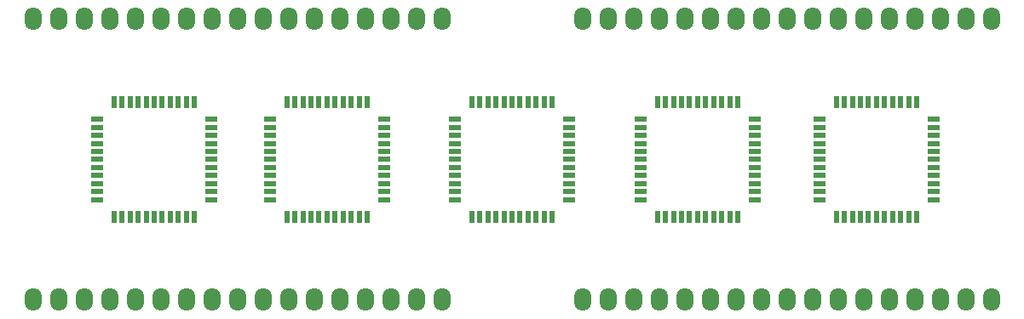
<source format=gbr>
%TF.GenerationSoftware,KiCad,Pcbnew,7.0.7*%
%TF.CreationDate,2025-01-28T12:58:34-05:00*%
%TF.ProjectId,cross-point-exp-brd-mini-smd,63726f73-732d-4706-9f69-6e742d657870,rev?*%
%TF.SameCoordinates,Original*%
%TF.FileFunction,Paste,Top*%
%TF.FilePolarity,Positive*%
%FSLAX46Y46*%
G04 Gerber Fmt 4.6, Leading zero omitted, Abs format (unit mm)*
G04 Created by KiCad (PCBNEW 7.0.7) date 2025-01-28 12:58:34*
%MOMM*%
%LPD*%
G01*
G04 APERTURE LIST*
%ADD10R,0.500000X1.200000*%
%ADD11R,1.200000X0.500000*%
%ADD12O,1.700000X2.300000*%
G04 APERTURE END LIST*
D10*
%TO.C,U3*%
X150320000Y-82535000D03*
X151120000Y-82535000D03*
X151920000Y-82535000D03*
X152720000Y-82535000D03*
X153520000Y-82535000D03*
X154320000Y-82535000D03*
X155120000Y-82535000D03*
X155920000Y-82535000D03*
X156720000Y-82535000D03*
X157520000Y-82535000D03*
X158320000Y-82535000D03*
D11*
X160020000Y-80835000D03*
X160020000Y-80035000D03*
X160020000Y-79235000D03*
X160020000Y-78435000D03*
X160020000Y-77635000D03*
X160020000Y-76835000D03*
X160020000Y-76035000D03*
X160020000Y-75235000D03*
X160020000Y-74435000D03*
X160020000Y-73635000D03*
X160020000Y-72835000D03*
D10*
X158320000Y-71135000D03*
X157520000Y-71135000D03*
X156720000Y-71135000D03*
X155920000Y-71135000D03*
X155120000Y-71135000D03*
X154320000Y-71135000D03*
X153520000Y-71135000D03*
X152720000Y-71135000D03*
X151920000Y-71135000D03*
X151120000Y-71135000D03*
X150320000Y-71135000D03*
D11*
X148620000Y-72835000D03*
X148620000Y-73635000D03*
X148620000Y-74435000D03*
X148620000Y-75235000D03*
X148620000Y-76035000D03*
X148620000Y-76835000D03*
X148620000Y-77635000D03*
X148620000Y-78435000D03*
X148620000Y-79235000D03*
X148620000Y-80035000D03*
X148620000Y-80835000D03*
%TD*%
D12*
%TO.C,J4*%
X142875000Y-90805000D03*
X145415000Y-90805000D03*
X147955000Y-90805000D03*
X150495000Y-90805000D03*
X153035000Y-90805000D03*
X155575000Y-90805000D03*
X158115000Y-90805000D03*
X160655000Y-90805000D03*
X163195000Y-90805000D03*
X165735000Y-90805000D03*
X168275000Y-90805000D03*
X170815000Y-90805000D03*
X173355000Y-90805000D03*
X175895000Y-90805000D03*
X178435000Y-90805000D03*
X180975000Y-90805000D03*
X183515000Y-90805000D03*
X142875000Y-62865000D03*
X145415000Y-62865000D03*
X147955000Y-62865000D03*
X150495000Y-62865000D03*
X153035000Y-62865000D03*
X155575000Y-62865000D03*
X158115000Y-62865000D03*
X160655000Y-62865000D03*
X163195000Y-62865000D03*
X165735000Y-62865000D03*
X168275000Y-62865000D03*
X170815000Y-62865000D03*
X173355000Y-62865000D03*
X175895000Y-62865000D03*
X178435000Y-62865000D03*
X180975000Y-62865000D03*
X183515000Y-62865000D03*
%TD*%
%TO.C,J3*%
X88265000Y-90805000D03*
X90805000Y-90805000D03*
X93345000Y-90805000D03*
X95885000Y-90805000D03*
X98425000Y-90805000D03*
X100965000Y-90805000D03*
X103505000Y-90805000D03*
X106045000Y-90805000D03*
X108585000Y-90805000D03*
X111125000Y-90805000D03*
X113665000Y-90805000D03*
X116205000Y-90805000D03*
X118745000Y-90805000D03*
X121285000Y-90805000D03*
X123825000Y-90805000D03*
X126365000Y-90805000D03*
X128905000Y-90805000D03*
X88265000Y-62865000D03*
X90805000Y-62865000D03*
X93345000Y-62865000D03*
X95885000Y-62865000D03*
X98425000Y-62865000D03*
X100965000Y-62865000D03*
X103505000Y-62865000D03*
X106045000Y-62865000D03*
X108585000Y-62865000D03*
X111125000Y-62865000D03*
X113665000Y-62865000D03*
X116205000Y-62865000D03*
X118745000Y-62865000D03*
X121285000Y-62865000D03*
X123825000Y-62865000D03*
X126365000Y-62865000D03*
X128905000Y-62865000D03*
%TD*%
D10*
%TO.C,U1*%
X96315000Y-82535000D03*
X97115000Y-82535000D03*
X97915000Y-82535000D03*
X98715000Y-82535000D03*
X99515000Y-82535000D03*
X100315000Y-82535000D03*
X101115000Y-82535000D03*
X101915000Y-82535000D03*
X102715000Y-82535000D03*
X103515000Y-82535000D03*
X104315000Y-82535000D03*
D11*
X106015000Y-80835000D03*
X106015000Y-80035000D03*
X106015000Y-79235000D03*
X106015000Y-78435000D03*
X106015000Y-77635000D03*
X106015000Y-76835000D03*
X106015000Y-76035000D03*
X106015000Y-75235000D03*
X106015000Y-74435000D03*
X106015000Y-73635000D03*
X106015000Y-72835000D03*
D10*
X104315000Y-71135000D03*
X103515000Y-71135000D03*
X102715000Y-71135000D03*
X101915000Y-71135000D03*
X101115000Y-71135000D03*
X100315000Y-71135000D03*
X99515000Y-71135000D03*
X98715000Y-71135000D03*
X97915000Y-71135000D03*
X97115000Y-71135000D03*
X96315000Y-71135000D03*
D11*
X94615000Y-72835000D03*
X94615000Y-73635000D03*
X94615000Y-74435000D03*
X94615000Y-75235000D03*
X94615000Y-76035000D03*
X94615000Y-76835000D03*
X94615000Y-77635000D03*
X94615000Y-78435000D03*
X94615000Y-79235000D03*
X94615000Y-80035000D03*
X94615000Y-80835000D03*
%TD*%
D10*
%TO.C,U2*%
X113490000Y-82535000D03*
X114290000Y-82535000D03*
X115090000Y-82535000D03*
X115890000Y-82535000D03*
X116690000Y-82535000D03*
X117490000Y-82535000D03*
X118290000Y-82535000D03*
X119090000Y-82535000D03*
X119890000Y-82535000D03*
X120690000Y-82535000D03*
X121490000Y-82535000D03*
D11*
X123190000Y-80835000D03*
X123190000Y-80035000D03*
X123190000Y-79235000D03*
X123190000Y-78435000D03*
X123190000Y-77635000D03*
X123190000Y-76835000D03*
X123190000Y-76035000D03*
X123190000Y-75235000D03*
X123190000Y-74435000D03*
X123190000Y-73635000D03*
X123190000Y-72835000D03*
D10*
X121490000Y-71135000D03*
X120690000Y-71135000D03*
X119890000Y-71135000D03*
X119090000Y-71135000D03*
X118290000Y-71135000D03*
X117490000Y-71135000D03*
X116690000Y-71135000D03*
X115890000Y-71135000D03*
X115090000Y-71135000D03*
X114290000Y-71135000D03*
X113490000Y-71135000D03*
D11*
X111790000Y-72835000D03*
X111790000Y-73635000D03*
X111790000Y-74435000D03*
X111790000Y-75235000D03*
X111790000Y-76035000D03*
X111790000Y-76835000D03*
X111790000Y-77635000D03*
X111790000Y-78435000D03*
X111790000Y-79235000D03*
X111790000Y-80035000D03*
X111790000Y-80835000D03*
%TD*%
D10*
%TO.C,U4*%
X168100000Y-82535000D03*
X168900000Y-82535000D03*
X169700000Y-82535000D03*
X170500000Y-82535000D03*
X171300000Y-82535000D03*
X172100000Y-82535000D03*
X172900000Y-82535000D03*
X173700000Y-82535000D03*
X174500000Y-82535000D03*
X175300000Y-82535000D03*
X176100000Y-82535000D03*
D11*
X177800000Y-80835000D03*
X177800000Y-80035000D03*
X177800000Y-79235000D03*
X177800000Y-78435000D03*
X177800000Y-77635000D03*
X177800000Y-76835000D03*
X177800000Y-76035000D03*
X177800000Y-75235000D03*
X177800000Y-74435000D03*
X177800000Y-73635000D03*
X177800000Y-72835000D03*
D10*
X176100000Y-71135000D03*
X175300000Y-71135000D03*
X174500000Y-71135000D03*
X173700000Y-71135000D03*
X172900000Y-71135000D03*
X172100000Y-71135000D03*
X171300000Y-71135000D03*
X170500000Y-71135000D03*
X169700000Y-71135000D03*
X168900000Y-71135000D03*
X168100000Y-71135000D03*
D11*
X166400000Y-72835000D03*
X166400000Y-73635000D03*
X166400000Y-74435000D03*
X166400000Y-75235000D03*
X166400000Y-76035000D03*
X166400000Y-76835000D03*
X166400000Y-77635000D03*
X166400000Y-78435000D03*
X166400000Y-79235000D03*
X166400000Y-80035000D03*
X166400000Y-80835000D03*
%TD*%
D10*
%TO.C,U5*%
X131875000Y-82535000D03*
X132675000Y-82535000D03*
X133475000Y-82535000D03*
X134275000Y-82535000D03*
X135075000Y-82535000D03*
X135875000Y-82535000D03*
X136675000Y-82535000D03*
X137475000Y-82535000D03*
X138275000Y-82535000D03*
X139075000Y-82535000D03*
X139875000Y-82535000D03*
D11*
X141575000Y-80835000D03*
X141575000Y-80035000D03*
X141575000Y-79235000D03*
X141575000Y-78435000D03*
X141575000Y-77635000D03*
X141575000Y-76835000D03*
X141575000Y-76035000D03*
X141575000Y-75235000D03*
X141575000Y-74435000D03*
X141575000Y-73635000D03*
X141575000Y-72835000D03*
D10*
X139875000Y-71135000D03*
X139075000Y-71135000D03*
X138275000Y-71135000D03*
X137475000Y-71135000D03*
X136675000Y-71135000D03*
X135875000Y-71135000D03*
X135075000Y-71135000D03*
X134275000Y-71135000D03*
X133475000Y-71135000D03*
X132675000Y-71135000D03*
X131875000Y-71135000D03*
D11*
X130175000Y-72835000D03*
X130175000Y-73635000D03*
X130175000Y-74435000D03*
X130175000Y-75235000D03*
X130175000Y-76035000D03*
X130175000Y-76835000D03*
X130175000Y-77635000D03*
X130175000Y-78435000D03*
X130175000Y-79235000D03*
X130175000Y-80035000D03*
X130175000Y-80835000D03*
%TD*%
M02*

</source>
